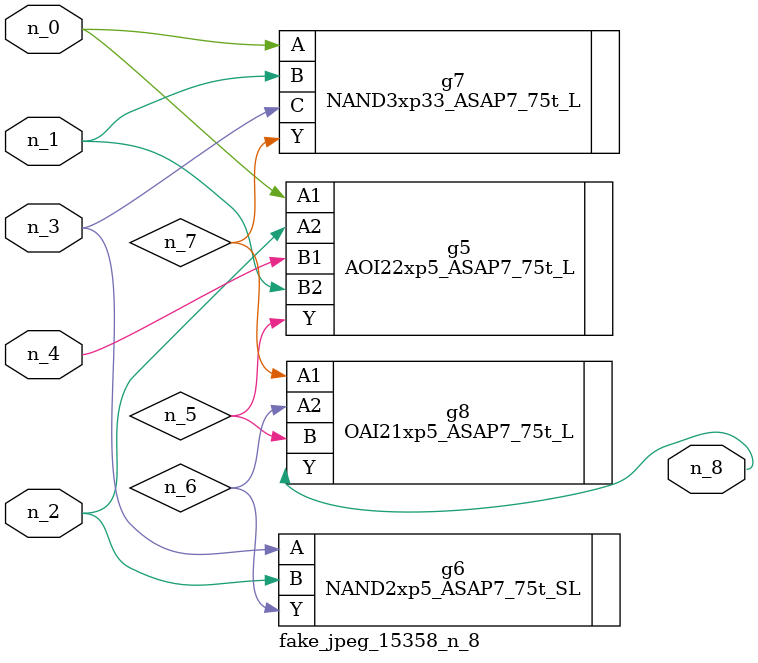
<source format=v>
module fake_jpeg_15358_n_8 (n_3, n_2, n_1, n_0, n_4, n_8);

input n_3;
input n_2;
input n_1;
input n_0;
input n_4;

output n_8;

wire n_6;
wire n_5;
wire n_7;

AOI22xp5_ASAP7_75t_L g5 ( 
.A1(n_0),
.A2(n_2),
.B1(n_4),
.B2(n_1),
.Y(n_5)
);

NAND2xp5_ASAP7_75t_SL g6 ( 
.A(n_3),
.B(n_2),
.Y(n_6)
);

NAND3xp33_ASAP7_75t_L g7 ( 
.A(n_0),
.B(n_1),
.C(n_3),
.Y(n_7)
);

OAI21xp5_ASAP7_75t_L g8 ( 
.A1(n_7),
.A2(n_6),
.B(n_5),
.Y(n_8)
);


endmodule
</source>
